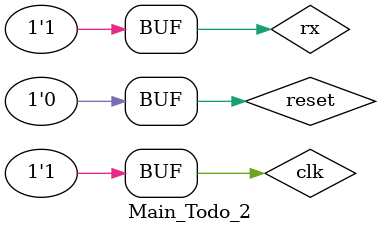
<source format=v>
`timescale 1ns / 1ps


module Main_Todo_2;

	// Inputs
	reg clk;
	reg rx;
	reg reset;

	// Outputs
	wire tx;
	
	// Instantiate the Unit Under Test (UUT)
	Main uut (
		.clk(clk), 
		.rx(rx), 
		.reset(reset), 
		.tx(tx)
	);

	initial begin
		// Initialize Inputs
		clk = 0;
		rx = 0;
		reset = 0;

		// Wait 100 ns for global reset to finish
		#100;
      
		// Add stimulus here
		rx = 1;
		#999999;
		
		#52083.34;
		rx = 0;//start bit
		#52083.34;
		rx = 1;
		#52083.34;
		rx = 0;
		#52083.34;
		rx = 0;
		#52083.34;
		rx = 0;
		#52083.34;
		rx = 0;
		#52083.34;
		rx = 0;
		#52083.34;
		rx = 0;
		#52083.34;
		rx = 0;
		#52083.34;
		rx = 1;//stop bit
		#52083.34;
		
		#52083.34;
		rx = 0;//start bit
		#52083.34;
		rx = 1;
		#52083.34;
		rx = 0;
		#52083.34;
		rx = 0;
		#52083.34;
		rx = 0;
		#52083.34;
		rx = 0;
		#52083.34;
		rx = 0;
		#52083.34;
		rx = 0;
		#52083.34;
		rx = 0;
		#52083.34;
		rx = 1;//stop bit
		#52083.34;
		
		#52083.34;
		rx = 0;//start bit
		#52083.34;
		rx = 1;
		#52083.34;
		rx = 0;
		#52083.34;
		rx = 0;
		#52083.34;
		rx = 0;
		#52083.34;
		rx = 0;
		#52083.34;
		rx = 0;
		#52083.34;
		rx = 0;
		#52083.34;
		rx = 0;
		#52083.34;
		rx = 1;//stop bit
		#52083.34;
		
		#52083.34;
		rx = 0;//start bit
		#52083.34;
		rx = 1;
		#52083.34;
		rx = 0;
		#52083.34;
		rx = 0;
		#52083.34;
		rx = 0;
		#52083.34;
		rx = 0;
		#52083.34;
		rx = 0;
		#52083.34;
		rx = 0;
		#52083.34;
		rx = 0;
		#52083.34;
		rx = 1;//stop bit
		#52083.34;
		
		#52083.34;
		rx = 0;//start bit
		#52083.34;
		rx = 1;
		#52083.34;
		rx = 0;
		#52083.34;
		rx = 0;
		#52083.34;
		rx = 0;
		#52083.34;
		rx = 0;
		#52083.34;
		rx = 0;
		#52083.34;
		rx = 0;
		#52083.34;
		rx = 0;
		#52083.34;
		rx = 1;//stop bit
		#52083.34;
		
		#52083.34;
		rx = 0;//start bit
		#52083.34;
		rx = 1;
		#52083.34;
		rx = 0;
		#52083.34;
		rx = 0;
		#52083.34;
		rx = 0;
		#52083.34;
		rx = 0;
		#52083.34;
		rx = 0;
		#52083.34;
		rx = 0;
		#52083.34;
		rx = 0;
		#52083.34;
		rx = 1;//stop bit
		#52083.34;
		
		#52083.34;
		rx = 0;//start bit
		#52083.34;
		rx = 1;
		#52083.34;
		rx = 0;
		#52083.34;
		rx = 0;
		#52083.34;
		rx = 0;
		#52083.34;
		rx = 0;
		#52083.34;
		rx = 0;
		#52083.34;
		rx = 0;
		#52083.34;
		rx = 0;
		#52083.34;
		rx = 1;//stop bit
		#52083.34;
		
		#52083.34;
		rx = 0;//start bit
		#52083.34;
		rx = 1;
		#52083.34;
		rx = 0;
		#52083.34;
		rx = 0;
		#52083.34;
		rx = 0;
		#52083.34;
		rx = 0;
		#52083.34;
		rx = 0;
		#52083.34;
		rx = 0;
		#52083.34;
		rx = 0;
		#52083.34;
		rx = 1;//stop bit
		#52083.34;
		
		#52083.34;
		rx = 0;//start bit
		#52083.34;
		rx = 1;
		#52083.34;
		rx = 0;
		#52083.34;
		rx = 0;
		#52083.34;
		rx = 0;
		#52083.34;
		rx = 0;
		#52083.34;
		rx = 0;
		#52083.34;
		rx = 0;
		#52083.34;
		rx = 0;
		#52083.34;
		rx = 1;//stop bit
		#52083.34;
	end
	
	always 
		begin 
			clk = 1'b0;
			#(10/2) clk = 1'b1;
			#(10/2);
		end
      
endmodule


</source>
